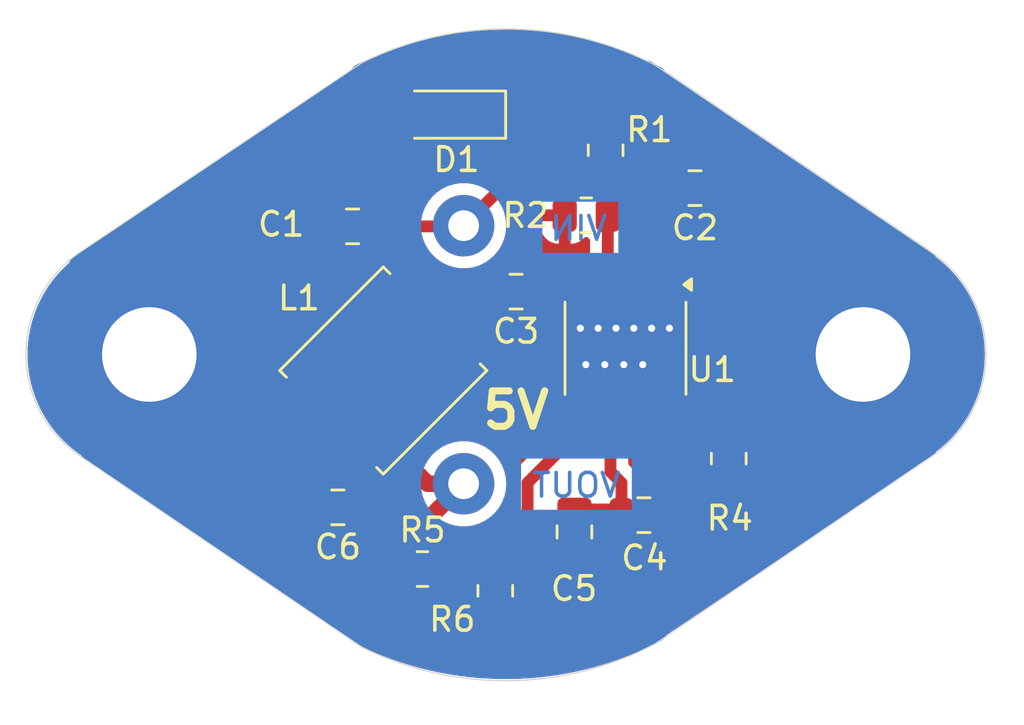
<source format=kicad_pcb>
(kicad_pcb (version 20240108) (generator "pcbnew") (generator_version "8.0")
  (title_block (title "TO3 DC-DC buck converter") (date "2024-12-30") (rev "v1") (comment 1 "Get your 1541 back to life"))
  (layers (0 "F.Cu" signal) (31 "B.Cu" signal) (34 "B.Paste" user) (35 "F.Paste" user) (36 "B.SilkS" user "B.Silkscreen") (37 "F.SilkS" user "F.Silkscreen") (38 "B.Mask" user) (39 "F.Mask" user) (44 "Edge.Cuts" user))
  (net 0 "")
  (net 1 "VIN")
  (net 2 "GND")
  (net 3 "Net-(D1-K)")
  (net 4 "Net-(U1-BOOT)")
  (net 5 "Net-(U1-SS)")
  (net 6 "Net-(C4-Pad2)")
  (net 7 "Net-(U1-COMP)")
  (net 8 "VOUT")
  (net 9 "EN")
  (net 10 "Net-(U1-VSENSE)")
  (footprint "Resistor_SMD:R_0805_2012Metric" (layer "F.Cu") (at 104.808529 57.62 180)
    (property "Reference" "R2" (at 2.568529 -0.01 0) (layer "F.SilkS"))
    (property "Value" "DNP")
    (fp_line (start -0.227064 0.735) (end 0.227064 0.735) (stroke (width 0.12)) (layer "F.SilkS"))
    (fp_line (start -0.227064 -0.735) (end 0.227064 -0.735) (stroke (width 0.12)) (layer "F.SilkS"))
    (pad "1" smd roundrect (at -0.9125 0 180) (size 1.025 1.4) (layers "F.Cu" "F.Paste" "F.Mask") (roundrect_rratio 0.243902) (net 9 "EN"))
    (pad "2" smd roundrect (at 0.9125 0 180) (size 1.025 1.4) (layers "F.Cu" "F.Paste" "F.Mask") (roundrect_rratio 0.243902) (net 2 "GND"))
  )
  (footprint "Capacitor_SMD:C_0805_2012Metric" (layer "F.Cu") (at 109.408529 56.47 180)
    (property "Reference" "C2" (at 0 -1.68 0) (layer "F.SilkS"))
    (property "Value" "0.1uF")
    (fp_line (start -0.261252 0.735) (end 0.261252 0.735) (stroke (width 0.12)) (layer "F.SilkS"))
    (fp_line (start -0.261252 -0.735) (end 0.261252 -0.735) (stroke (width 0.12)) (layer "F.SilkS"))
    (pad "1" smd roundrect (at -0.95 0 180) (size 1 1.45) (layers "F.Cu" "F.Paste" "F.Mask") (net 3 "Net-(D1-K)"))
    (pad "2" smd roundrect (at 0.95 0 180) (size 1 1.45) (layers "F.Cu" "F.Paste" "F.Mask") (net 4 "Net-(U1-BOOT)"))
  )
  (footprint "Capacitor_SMD:C_0805_2012Metric" (layer "F.Cu") (at 94.918529 58.09 180)
    (property "Reference" "C1" (at 3.018529 0.09 0) (layer "F.SilkS"))
    (property "Value" "10uF")
    (fp_line (start -0.261252 0.735) (end 0.261252 0.735) (stroke (width 0.12)) (layer "F.SilkS"))
    (fp_line (start -0.261252 -0.735) (end 0.261252 -0.735) (stroke (width 0.12)) (layer "F.SilkS"))
    (pad "1" smd roundrect (at -0.95 0 180) (size 1 1.45) (layers "F.Cu" "F.Paste" "F.Mask") (net 1 "VIN"))
    (pad "2" smd roundrect (at 0.95 0 180) (size 1 1.45) (layers "F.Cu" "F.Paste" "F.Mask") (net 2 "GND"))
  )
  (footprint "Resistor_SMD:R_0805_2012Metric" (layer "F.Cu") (at 97.878529 72.59)
    (property "Reference" "R5" (at 0 -1.65 0) (layer "F.SilkS"))
    (property "Value" "10k")
    (fp_line (start -0.227064 -0.735) (end 0.227064 -0.735) (stroke (width 0.12)) (layer "F.SilkS"))
    (fp_line (start -0.227064 0.735) (end 0.227064 0.735) (stroke (width 0.12)) (layer "F.SilkS"))
    (pad "1" smd roundrect (at -0.9125 0) (size 1.025 1.4) (layers "F.Cu" "F.Paste" "F.Mask") (roundrect_rratio 0.243902) (net 8 "VOUT"))
    (pad "2" smd roundrect (at 0.9125 0) (size 1.025 1.4) (layers "F.Cu" "F.Paste" "F.Mask") (roundrect_rratio 0.243902) (net 10 "Net-(U1-VSENSE)"))
  )
  (footprint "Diode_SMD:D_SOD-123F" (layer "F.Cu") (at 99.188529 53.36 180)
    (property "Reference" "D1" (at -0.127 -1.905 0) (layer "F.SilkS"))
    (property "Value" "B220A")
    (fp_line (start -2.21 1) (end 1.65 1) (stroke (width 0.12)) (layer "F.SilkS"))
    (fp_line (start -2.21 -1) (end 1.65 -1) (stroke (width 0.12)) (layer "F.SilkS"))
    (fp_line (start -2.21 -1) (end -2.21 1) (stroke (width 0.12)) (layer "F.SilkS"))
    (pad "1" smd roundrect (at -1.4 0 180) (size 1.1 1.1) (layers "F.Cu" "F.Paste" "F.Mask") (roundrect_rratio 0.2272727273) (net 3 "Net-(D1-K)"))
    (pad "2" smd roundrect (at 1.4 0 180) (size 1.1 1.1) (layers "F.Cu" "F.Paste" "F.Mask") (roundrect_rratio 0.2272727273) (net 2 "GND"))
  )
  (footprint "Package_SO:SOIC-8_3.9x4.9mm_P1.27mm" (layer "F.Cu") (at 106.468529 63.25 -90)
    (property "Reference" "U1" (at 0.9 -3.671471 0) (layer "F.SilkS"))
    (property "Value" "TPS543232")
    (fp_line (start 0 2.56) (end -1.95 2.56) (stroke (width 0.12)) (layer "F.SilkS"))
    (fp_line (start 0 2.56) (end 1.95 2.56) (stroke (width 0.12)) (layer "F.SilkS"))
    (fp_line (start 0 -2.56) (end -1.95 -2.56) (stroke (width 0.12)) (layer "F.SilkS"))
    (fp_line (start 0 -2.56) (end 1.95 -2.56) (stroke (width 0.12)) (layer "F.SilkS"))
    (fp_poly (pts (xy -2.7 -2.465) (xy -2.94 -2.795) (xy -2.46 -2.795) (xy -2.7 -2.465)) (stroke (width 0.12)) (fill solid) (layer "F.SilkS"))
    (pad "1" smd roundrect (at -2.475 -1.905 270) (size 1.95 0.6) (layers "F.Cu" "F.Paste" "F.Mask") (net 4 "Net-(U1-BOOT)"))
    (pad "2" smd roundrect (at -2.475 -0.635 270) (size 1.95 0.6) (layers "F.Cu" "F.Paste" "F.Mask") (net 1 "VIN"))
    (pad "3" smd roundrect (at -2.475 0.635 270) (size 1.95 0.6) (layers "F.Cu" "F.Paste" "F.Mask") (net 9 "EN"))
    (pad "4" smd roundrect (at -2.475 1.905 270) (size 1.95 0.6) (layers "F.Cu" "F.Paste" "F.Mask") (net 5 "Net-(U1-SS)"))
    (pad "5" smd roundrect (at 2.475 1.905 270) (size 1.95 0.6) (layers "F.Cu" "F.Paste" "F.Mask") (net 10 "Net-(U1-VSENSE)"))
    (pad "6" smd roundrect (at 2.475 0.635 270) (size 1.95 0.6) (layers "F.Cu" "F.Paste" "F.Mask") (net 7 "Net-(U1-COMP)"))
    (pad "7" smd roundrect (at 2.475 -0.635 270) (size 1.95 0.6) (layers "F.Cu" "F.Paste" "F.Mask") (net 2 "GND"))
    (pad "8" smd roundrect (at 2.475 -1.905 270) (size 1.95 0.6) (layers "F.Cu" "F.Paste" "F.Mask") (net 3 "Net-(D1-K)"))
  )
  (footprint "Inductor_SMD:L_TDK_VLS6045EX_VLS6045AF" (layer "F.Cu") (at 96.218529 64.19 -135)
    (property "Reference" "L1" (at 0.352513 4.694149 0) (layer "F.SilkS"))
    (property "Value" "3.3uH")
    (fp_line (start 3.1 3.1) (end 3.1 2.7) (stroke (width 0.12)) (layer "F.SilkS"))
    (fp_line (start -3.1 3.1) (end 3.1 3.1) (stroke (width 0.12)) (layer "F.SilkS"))
    (fp_line (start -3.1 3.1) (end -3.1 2.7) (stroke (width 0.12)) (layer "F.SilkS"))
    (fp_line (start 3.1 -3.1) (end 3.1 -2.7) (stroke (width 0.12)) (layer "F.SilkS"))
    (fp_line (start -3.1 -3.1) (end 3.1 -3.1) (stroke (width 0.12)) (layer "F.SilkS"))
    (fp_line (start -3.1 -3.1) (end -3.1 -2.7) (stroke (width 0.12)) (layer "F.SilkS"))
    (pad "1" smd roundrect (at -2.1 0 225) (size 1.9 5.1) (layers "F.Cu" "F.Paste" "F.Mask") (net 3 "Net-(D1-K)"))
    (pad "2" smd roundrect (at 2.1 0 225) (size 1.9 5.1) (layers "F.Cu" "F.Paste" "F.Mask") (net 8 "VOUT"))
  )
  (footprint "Capacitor_SMD:C_0805_2012Metric" (layer "F.Cu") (at 101.838529 60.85 180)
    (property "Reference" "C3" (at 0 -1.68 0) (layer "F.SilkS"))
    (property "Value" "0.015uF")
    (fp_line (start -0.261252 0.735) (end 0.261252 0.735) (stroke (width 0.12)) (layer "F.SilkS"))
    (fp_line (start -0.261252 -0.735) (end 0.261252 -0.735) (stroke (width 0.12)) (layer "F.SilkS"))
    (pad "1" smd roundrect (at -0.95 0 180) (size 1 1.45) (layers "F.Cu" "F.Paste" "F.Mask") (net 5 "Net-(U1-SS)"))
    (pad "2" smd roundrect (at 0.95 0 180) (size 1 1.45) (layers "F.Cu" "F.Paste" "F.Mask") (net 2 "GND"))
  )
  (footprint "Resistor_SMD:R_0805_2012Metric" (layer "F.Cu") (at 100.958529 73.51 -90)
    (property "Reference" "R6" (at 1.21 1.818529 180) (layer "F.SilkS"))
    (property "Value" "1.91k")
    (fp_line (start -0.227064 0.735) (end 0.227064 0.735) (stroke (width 0.12)) (layer "F.SilkS"))
    (fp_line (start -0.227064 -0.735) (end 0.227064 -0.735) (stroke (width 0.12)) (layer "F.SilkS"))
    (pad "1" smd roundrect (at -0.9125 0 270) (size 1.025 1.4) (layers "F.Cu" "F.Paste" "F.Mask") (roundrect_rratio 0.243902) (net 10 "Net-(U1-VSENSE)"))
    (pad "2" smd roundrect (at 0.9125 0 270) (size 1.025 1.4) (layers "F.Cu" "F.Paste" "F.Mask") (roundrect_rratio 0.243902) (net 2 "GND"))
  )
  (footprint "Resistor_SMD:R_0805_2012Metric" (layer "F.Cu") (at 105.628529 54.87 -90)
    (property "Reference" "R1" (at -0.87 -1.851471 180) (layer "F.SilkS"))
    (property "Value" "150k")
    (fp_line (start -0.227064 0.735) (end 0.227064 0.735) (stroke (width 0.12)) (layer "F.SilkS"))
    (fp_line (start -0.227064 -0.735) (end 0.227064 -0.735) (stroke (width 0.12)) (layer "F.SilkS"))
    (pad "1" smd roundrect (at -0.9125 0 270) (size 1.025 1.4) (layers "F.Cu" "F.Paste" "F.Mask") (roundrect_rratio 0.243902) (net 1 "VIN"))
    (pad "2" smd roundrect (at 0.9125 0 270) (size 1.025 1.4) (layers "F.Cu" "F.Paste" "F.Mask") (roundrect_rratio 0.243902) (net 9 "EN"))
  )
  (footprint "Capacitor_SMD:C_0805_2012Metric" (layer "F.Cu") (at 104.308529 71.02 -90)
    (property "Reference" "C5" (at 2.4 0.018529 180) (layer "F.SilkS"))
    (property "Value" "47pF")
    (fp_line (start -0.261252 0.735) (end 0.261252 0.735) (stroke (width 0.12)) (layer "F.SilkS"))
    (fp_line (start -0.261252 -0.735) (end 0.261252 -0.735) (stroke (width 0.12)) (layer "F.SilkS"))
    (pad "1" smd roundrect (at -0.95 0 270) (size 1 1.45) (layers "F.Cu" "F.Paste" "F.Mask") (net 7 "Net-(U1-COMP)"))
    (pad "2" smd roundrect (at 0.95 0 270) (size 1 1.45) (layers "F.Cu" "F.Paste" "F.Mask") (net 2 "GND"))
  )
  (footprint "Capacitor_SMD:C_0805_2012Metric" (layer "F.Cu") (at 107.248529 70.31)
    (property "Reference" "C4" (at 0.021471 1.81 0) (layer "F.SilkS"))
    (property "Value" "680pF")
    (fp_line (start -0.261252 -0.735) (end 0.261252 -0.735) (stroke (width 0.12)) (layer "F.SilkS"))
    (fp_line (start -0.261252 0.735) (end 0.261252 0.735) (stroke (width 0.12)) (layer "F.SilkS"))
    (pad "1" smd roundrect (at -0.95 0) (size 1 1.45) (layers "F.Cu" "F.Paste" "F.Mask") (net 7 "Net-(U1-COMP)"))
    (pad "2" smd roundrect (at 0.95 0) (size 1 1.45) (layers "F.Cu" "F.Paste" "F.Mask") (net 6 "Net-(C4-Pad2)"))
  )
  (footprint "Resistor_SMD:R_0805_2012Metric" (layer "F.Cu") (at 110.838529 67.9175 90)
    (property "Reference" "R4" (at -2.5225 0.041471 180) (layer "F.SilkS"))
    (property "Value" "17.4K")
    (fp_line (start -0.227064 -0.735) (end 0.227064 -0.735) (stroke (width 0.12)) (layer "F.SilkS"))
    (fp_line (start -0.227064 0.735) (end 0.227064 0.735) (stroke (width 0.12)) (layer "F.SilkS"))
    (pad "1" smd roundrect (at -0.9125 0 90) (size 1.025 1.4) (layers "F.Cu" "F.Paste" "F.Mask") (roundrect_rratio 0.243902) (net 6 "Net-(C4-Pad2)"))
    (pad "2" smd roundrect (at 0.9125 0 90) (size 1.025 1.4) (layers "F.Cu" "F.Paste" "F.Mask") (roundrect_rratio 0.243902) (net 2 "GND"))
  )
  (footprint "Capacitor_SMD:C_0805_2012Metric" (layer "F.Cu") (at 94.298529 69.98 180)
    (property "Reference" "C6" (at 0 -1.68 0) (layer "F.SilkS"))
    (property "Value" "22uF")
    (fp_line (start -0.261252 0.735) (end 0.261252 0.735) (stroke (width 0.12)) (layer "F.SilkS"))
    (fp_line (start -0.261252 -0.735) (end 0.261252 -0.735) (stroke (width 0.12)) (layer "F.SilkS"))
    (pad "1" smd roundrect (at -0.95 0 180) (size 1 1.45) (layers "F.Cu" "F.Paste" "F.Mask") (net 8 "VOUT"))
    (pad "2" smd roundrect (at 0.95 0 180) (size 1 1.45) (layers "F.Cu" "F.Paste" "F.Mask") (net 2 "GND"))
  )
  (gr_line (start 83.418529 59.76) (end 95.318529 51.76) (stroke (width 1)) (layer "F.Cu") (net 2))
  (gr_line (start 107.248529 75.42) (end 119.148529 67.42) (stroke (width 1)) (layer "F.Cu") (net 2))
  (gr_arc (start 107.728529 75.19) (mid 101.531024 76.742996) (end 95.303529 75.315) (stroke (width 1)) (layer "F.Cu") (net 2))
  (gr_line (start 83.898529 67.55) (end 95.698529 75.55) (stroke (width 1)) (layer "F.Cu") (net 2))
  (gr_line (start 107.328529 51.57) (end 119.128529 59.57) (stroke (width 1)) (layer "F.Cu") (net 2))
  (gr_arc (start 95.316641 51.694079) (mid 101.528528 50.270004) (end 107.716641 51.794079) (stroke (width 1)) (layer "F.Cu") (net 2))
  (gr_line (start 83.898529 67.55) (end 95.698529 75.55) (stroke (width 1)) (layer "B.Cu") (net 2))
  (gr_line (start 107.328529 51.57) (end 119.128529 59.57) (stroke (width 1)) (layer "B.Cu") (net 2))
  (gr_line (start 107.248529 75.42) (end 119.148529 67.42) (stroke (width 1)) (layer "B.Cu") (net 2))
  (gr_arc (start 107.728529 75.19) (mid 101.531024 76.742996) (end 95.303529 75.315) (stroke (width 1)) (layer "B.Cu") (net 2))
  (gr_line (start 83.418529 59.76) (end 95.318529 51.76) (stroke (width 1)) (layer "B.Cu") (net 2))
  (gr_arc (start 95.316641 51.694079) (mid 101.528529 50.270004) (end 107.716641 51.794079) (stroke (width 1)) (layer "B.Cu") (net 2))
  (gr_line (start 107.718529 51.26) (end 119.518529 59.26) (stroke (width 0.05)) (layer "Edge.Cuts"))
  (gr_arc (start 119.518529 59.26) (mid 121.720692 63.51) (end 119.518529 67.76) (stroke (width 0.05)) (layer "Edge.Cuts"))
  (gr_arc (start 107.718529 75.76) (mid 101.521024 77.312996) (end 95.293529 75.885) (stroke (width 0.05)) (layer "Edge.Cuts"))
  (gr_arc (start 95.318529 51.16) (mid 101.530417 49.735917) (end 107.718529 51.26) (stroke (width 0.05)) (layer "Edge.Cuts"))
  (gr_arc (start 83.318529 67.76) (mid 81.099302 63.433614) (end 83.418529 59.16) (stroke (width 0.05)) (layer "Edge.Cuts"))
  (gr_line (start 83.418529 59.16) (end 95.318529 51.16) (stroke (width 0.05)) (layer "Edge.Cuts"))
  (gr_line (start 107.718529 75.76) (end 119.518529 67.76) (stroke (width 0.05)) (layer "Edge.Cuts"))
  (gr_line (start 83.318529 67.76) (end 95.293529 75.885) (stroke (width 0.05)) (layer "Edge.Cuts"))
  (gr_text "VIN " (at 105.7771 58.76 0) (layer "B.Cu") (effects (font (size 1 1)) (justify left bottom mirror)))
  (gr_text "VOUT" (at 106.348529 69.63 0) (layer "B.Cu") (effects (font (size 1 1)) (justify left bottom mirror)))
  (gr_text "5V" (at 100.28 66.75 0) (layer "F.SilkS") (effects (font (size 1.5 1.5) (thickness 0.3) (bold yes)) (justify left bottom)))
  (segment (start 105.628529 53.9575) (end 103.721029 53.9575) (width 0.5) (layer "F.Cu") (net 1))
  (segment (start 99.588529 58.09) (end 95.868529 58.09) (width 0.5) (layer "F.Cu") (net 1))
  (segment (start 105.628529 53.9575) (end 107.103529 55.4325) (width 0.5) (layer "F.Cu") (net 1))
  (segment (start 103.721029 53.9575) (end 99.618529 58.06) (width 0.5) (layer "F.Cu") (net 1))
  (segment (start 99.618529 58.06) (end 99.588529 58.09) (width 0.2) (layer "F.Cu") (net 1))
  (segment (start 107.103529 55.4325) (end 107.103529 60.775) (width 0.5) (layer "F.Cu") (net 1))
  (via (at 99.618529 58.06) (size 2.6) (drill 1.3) (layers "F.Cu" "B.Cu") (net 1))
  (segment (start 104.558529 62.4) (end 108.328529 62.4) (width 0.5) (layer "F.Cu") (net 2))
  (segment (start 104.79 63.94) (end 107.2 63.94) (width 0.5) (layer "F.Cu") (net 2))
  (via (at 107.2 63.94) (size 0.6) (drill 0.3) (layers "F.Cu" "B.Cu") (net 2))
  (via (at 106.066529 62.4) (size 0.6) (drill 0.3) (layers "F.Cu" "B.Cu") (net 2))
  (via (at 116.518529 63.51) (size 10.3) (drill 4) (layers "F.Cu" "B.Cu") (net 2))
  (via (at 107.574529 62.4) (size 0.6) (drill 0.3) (layers "F.Cu" "B.Cu") (net 2))
  (via (at 104.79 63.94) (size 0.6) (drill 0.3) (layers "F.Cu" "B.Cu") (net 2))
  (via (at 104.558529 62.4) (size 0.6) (drill 0.3) (layers "F.Cu" "B.Cu") (net 2))
  (via (at 106.396666 63.94) (size 0.6) (drill 0.3) (layers "F.Cu" "B.Cu") (net 2))
  (via (at 105.312529 62.4) (size 0.6) (drill 0.3) (layers "F.Cu" "B.Cu") (net 2))
  (via (at 86.318529 63.51) (size 10.3) (drill 4) (layers "F.Cu" "B.Cu") (net 2))
  (via (at 105.593333 63.94) (size 0.6) (drill 0.3) (layers "F.Cu" "B.Cu") (net 2))
  (via (at 106.820529 62.4) (size 0.6) (drill 0.3) (layers "F.Cu" "B.Cu") (net 2))
  (via (at 108.328529 62.4) (size 0.6) (drill 0.3) (layers "F.Cu" "B.Cu") (net 2))
  (segment (start 108.373529 63.935) (end 108.373529 65.305) (width 0.5) (layer "F.Cu") (net 3))
  (segment (start 102.888529 52.55) (end 102.078529 53.36) (width 0.7) (layer "F.Cu") (net 3))
  (segment (start 108.373529 65.305) (end 108.458529 65.39) (width 0.2) (layer "F.Cu") (net 3))
  (segment (start 104.49 63.07) (end 107.508529 63.07) (width 0.5) (layer "F.Cu") (net 3))
  (segment (start 110.358529 61.95) (end 108.373529 63.935) (width 0.5) (layer "F.Cu") (net 3))
  (segment (start 107.508529 63.07) (end 108.373529 63.935) (width 0.5) (layer "F.Cu") (net 3))
  (segment (start 103.85 63.71) (end 104.49 63.07) (width 0.5) (layer "F.Cu") (net 3))
  (segment (start 108.373529 63.935) (end 108.373529 65.725) (width 0.2) (layer "F.Cu") (net 3))
  (segment (start 110.358529 56.47) (end 106.438529 52.55) (width 0.7) (layer "F.Cu") (net 3))
  (segment (start 110.358529 56.47) (end 110.358529 61.95) (width 0.7) (layer "F.Cu") (net 3))
  (segment (start 98.708377 63.71) (end 103.85 63.71) (width 0.7) (layer "F.Cu") (net 3))
  (segment (start 97.703453 62.705076) (end 98.708377 63.71) (width 0.2) (layer "F.Cu") (net 3))
  (segment (start 106.438529 52.55) (end 102.888529 52.55) (width 0.7) (layer "F.Cu") (net 3))
  (segment (start 97.618529 62.45) (end 98.238529 63.07) (width 0.2) (layer "F.Cu") (net 3))
  (segment (start 102.078529 53.36) (end 100.588529 53.36) (width 0.7) (layer "F.Cu") (net 3))
  (segment (start 108.458529 56.47) (end 108.458529 60.69) (width 0.2) (layer "F.Cu") (net 4))
  (segment (start 108.458529 60.69) (end 108.373529 60.775) (width 0.2) (layer "F.Cu") (net 4))
  (segment (start 102.788529 60.85) (end 102.858529 60.78) (width 0.5) (layer "F.Cu") (net 5))
  (segment (start 102.858529 60.78) (end 104.558529 60.78) (width 0.5) (layer "F.Cu") (net 5))
  (segment (start 104.558529 60.78) (end 104.563529 60.775) (width 0.2) (layer "F.Cu") (net 5))
  (segment (start 110.838529 68.83) (end 110.838529 69.53) (width 0.5) (layer "F.Cu") (net 6))
  (segment (start 110.058529 70.31) (end 108.198529 70.31) (width 0.5) (layer "F.Cu") (net 6))
  (segment (start 110.838529 69.53) (end 110.058529 70.31) (width 0.5) (layer "F.Cu") (net 6))
  (segment (start 106.298529 68.94) (end 106.298529 70.31) (width 0.5) (layer "F.Cu") (net 7))
  (segment (start 105.833529 68.475) (end 106.298529 68.94) (width 0.5) (layer "F.Cu") (net 7))
  (segment (start 106.058529 70.07) (end 106.298529 70.31) (width 0.2) (layer "F.Cu") (net 7))
  (segment (start 104.308529 70.07) (end 106.058529 70.07) (width 0.5) (layer "F.Cu") (net 7))
  (segment (start 105.833529 65.725) (end 105.833529 68.475) (width 0.5) (layer "F.Cu") (net 7))
  (segment (start 99.618529 68.98) (end 96.966029 71.6325) (width 0.7) (layer "F.Cu") (net 8))
  (segment (start 93.294646 64.235965) (end 93.355965 64.235965) (width 0.5) (layer "F.Cu") (net 8))
  (segment (start 98.1 68.98) (end 99.618529 68.98) (width 0.7) (layer "F.Cu") (net 8))
  (segment (start 93.355965 64.235965) (end 98.1 68.98) (width 0.7) (layer "F.Cu") (net 8))
  (segment (start 95.248529 70.8725) (end 96.966029 72.59) (width 0.6) (layer "F.Cu") (net 8))
  (segment (start 95.248529 69.98) (end 95.248529 70.8725) (width 0.6) (layer "F.Cu") (net 8))
  (segment (start 96.966029 71.6325) (end 96.966029 72.59) (width 0.7) (layer "F.Cu") (net 8))
  (via (at 99.618529 68.98) (size 2.6) (drill 1.3) (layers "F.Cu" "B.Cu") (net 8))
  (segment (start 105.628529 55.7825) (end 105.628529 57.5275) (width 0.5) (layer "F.Cu") (net 9))
  (segment (start 105.628529 57.5275) (end 105.721029 57.62) (width 0.2) (layer "F.Cu") (net 9))
  (segment (start 105.721029 60.6625) (end 105.833529 60.775) (width 0.2) (layer "F.Cu") (net 9))
  (segment (start 105.721029 57.62) (end 105.721029 60.6625) (width 0.5) (layer "F.Cu") (net 9))
  (segment (start 104.563529 66.699999) (end 102.328529 68.934999) (width 0.5) (layer "F.Cu") (net 10))
  (segment (start 100.951029 72.59) (end 100.958529 72.5975) (width 0.2) (layer "F.Cu") (net 10))
  (segment (start 102.328529 68.934999) (end 102.328529 70.26) (width 0.5) (layer "F.Cu") (net 10))
  (segment (start 104.563529 65.725) (end 104.563529 66.699999) (width 0.5) (layer "F.Cu") (net 10))
  (segment (start 102.328529 70.26) (end 100.958529 71.63) (width 0.5) (layer "F.Cu") (net 10))
  (segment (start 98.791029 72.59) (end 100.951029 72.59) (width 0.5) (layer "F.Cu") (net 10))
  (segment (start 100.958529 71.63) (end 100.958529 72.5975) (width 0.5) (layer "F.Cu") (net 10))
  (zone (net 2) (net_name "GND") (layer "F.Cu") (connect_pads (clearance 0.5)) (min_thickness 0.25) (fill yes (thermal_gap 0.5) (thermal_bridge_width 0.5))
    (polygon (pts (xy 80.04 48.66) (xy 80 79.07) (xy 123.35 79.21) (xy 123.25 48.55)))
  )
  (zone (net 2) (net_name "GND") (layer "B.Cu") (connect_pads (clearance 0.5)) (min_thickness 0.25) (fill yes (thermal_gap 0.5) (thermal_bridge_width 0.5))
    (polygon (pts (xy 80.11 48.69) (xy 80.01 79.03) (xy 123.33 79.01) (xy 123.27 48.51)))
  )
)
</source>
